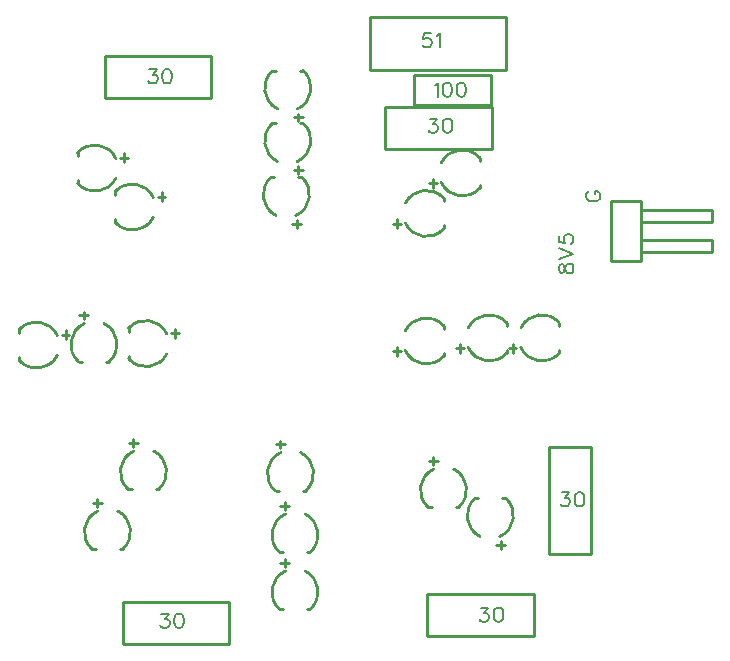
<source format=gto>
G04 Layer: TopSilkscreenLayer*
G04 EasyEDA v6.5.44, 2024-09-01 12:15:54*
G04 53d8b5472e5b460ebcb2cbf6e45b9b15,9332716679504667801b7cb99b0421ba,10*
G04 Gerber Generator version 0.2*
G04 Scale: 100 percent, Rotated: No, Reflected: No *
G04 Dimensions in millimeters *
G04 leading zeros omitted , absolute positions ,4 integer and 5 decimal *
%FSLAX45Y45*%
%MOMM*%

%ADD10C,0.2032*%
%ADD11C,0.2540*%

%LPD*%
D10*
X5053329Y3280155D02*
G01*
X5059172Y3262629D01*
X5070856Y3257042D01*
X5082286Y3257042D01*
X5093970Y3262629D01*
X5099558Y3274313D01*
X5105400Y3297428D01*
X5111241Y3314700D01*
X5122672Y3326129D01*
X5134356Y3331971D01*
X5151627Y3331971D01*
X5163058Y3326129D01*
X5168900Y3320542D01*
X5174741Y3303270D01*
X5174741Y3280155D01*
X5168900Y3262629D01*
X5163058Y3257042D01*
X5151627Y3251200D01*
X5134356Y3251200D01*
X5122672Y3257042D01*
X5111241Y3268471D01*
X5105400Y3285744D01*
X5099558Y3308857D01*
X5093970Y3320542D01*
X5082286Y3326129D01*
X5070856Y3326129D01*
X5059172Y3320542D01*
X5053329Y3303270D01*
X5053329Y3280155D01*
X5053329Y3370071D02*
G01*
X5174741Y3416300D01*
X5053329Y3462528D02*
G01*
X5174741Y3416300D01*
X5053329Y3569970D02*
G01*
X5053329Y3512057D01*
X5105400Y3506470D01*
X5099558Y3512057D01*
X5093970Y3529329D01*
X5093970Y3546855D01*
X5099558Y3564128D01*
X5111241Y3575557D01*
X5128513Y3581400D01*
X5139943Y3581400D01*
X5157470Y3575557D01*
X5168900Y3564128D01*
X5174741Y3546855D01*
X5174741Y3529329D01*
X5168900Y3512057D01*
X5163058Y3506470D01*
X5151627Y3500628D01*
X5310886Y3947413D02*
G01*
X5299456Y3941571D01*
X5287772Y3930142D01*
X5281929Y3918457D01*
X5281929Y3895344D01*
X5287772Y3883913D01*
X5299456Y3872229D01*
X5310886Y3866642D01*
X5328158Y3860800D01*
X5357113Y3860800D01*
X5374386Y3866642D01*
X5386070Y3872229D01*
X5397500Y3883913D01*
X5403341Y3895344D01*
X5403341Y3918457D01*
X5397500Y3930142D01*
X5386070Y3941571D01*
X5374386Y3947413D01*
X5357113Y3947413D01*
X5357113Y3918457D02*
G01*
X5357113Y3947413D01*
X1586229Y4979670D02*
G01*
X1649729Y4979670D01*
X1615186Y4933442D01*
X1632457Y4933442D01*
X1644142Y4927600D01*
X1649729Y4921757D01*
X1655571Y4904486D01*
X1655571Y4893055D01*
X1649729Y4875529D01*
X1638300Y4864100D01*
X1621028Y4858257D01*
X1603755Y4858257D01*
X1586229Y4864100D01*
X1580642Y4869942D01*
X1574800Y4881371D01*
X1728470Y4979670D02*
G01*
X1710944Y4973828D01*
X1699513Y4956555D01*
X1693671Y4927600D01*
X1693671Y4910328D01*
X1699513Y4881371D01*
X1710944Y4864100D01*
X1728470Y4858257D01*
X1739900Y4858257D01*
X1757171Y4864100D01*
X1768855Y4881371D01*
X1774444Y4910328D01*
X1774444Y4927600D01*
X1768855Y4956555D01*
X1757171Y4973828D01*
X1739900Y4979670D01*
X1728470Y4979670D01*
X1687829Y369570D02*
G01*
X1751329Y369570D01*
X1716786Y323342D01*
X1734057Y323342D01*
X1745742Y317500D01*
X1751329Y311657D01*
X1757171Y294386D01*
X1757171Y282955D01*
X1751329Y265429D01*
X1739900Y254000D01*
X1722628Y248157D01*
X1705355Y248157D01*
X1687829Y254000D01*
X1682242Y259842D01*
X1676400Y271271D01*
X1830070Y369570D02*
G01*
X1812544Y363728D01*
X1801113Y346455D01*
X1795271Y317500D01*
X1795271Y300228D01*
X1801113Y271271D01*
X1812544Y254000D01*
X1830070Y248157D01*
X1841500Y248157D01*
X1858771Y254000D01*
X1870455Y271271D01*
X1876044Y300228D01*
X1876044Y317500D01*
X1870455Y346455D01*
X1858771Y363728D01*
X1841500Y369570D01*
X1830070Y369570D01*
X4392929Y420370D02*
G01*
X4456429Y420370D01*
X4421886Y374142D01*
X4439158Y374142D01*
X4450841Y368300D01*
X4456429Y362457D01*
X4462272Y345186D01*
X4462272Y333755D01*
X4456429Y316229D01*
X4445000Y304800D01*
X4427727Y298957D01*
X4410456Y298957D01*
X4392929Y304800D01*
X4387341Y310642D01*
X4381500Y322071D01*
X4535170Y420370D02*
G01*
X4517643Y414528D01*
X4506213Y397255D01*
X4500372Y368300D01*
X4500372Y351028D01*
X4506213Y322071D01*
X4517643Y304800D01*
X4535170Y298957D01*
X4546600Y298957D01*
X4563872Y304800D01*
X4575556Y322071D01*
X4581143Y351028D01*
X4581143Y368300D01*
X4575556Y397255D01*
X4563872Y414528D01*
X4546600Y420370D01*
X4535170Y420370D01*
X5078729Y1398270D02*
G01*
X5142229Y1398270D01*
X5107686Y1352042D01*
X5124958Y1352042D01*
X5136641Y1346200D01*
X5142229Y1340357D01*
X5148072Y1323086D01*
X5148072Y1311655D01*
X5142229Y1294129D01*
X5130800Y1282700D01*
X5113527Y1276857D01*
X5096256Y1276857D01*
X5078729Y1282700D01*
X5073141Y1288542D01*
X5067300Y1299971D01*
X5220970Y1398270D02*
G01*
X5203443Y1392428D01*
X5192013Y1375155D01*
X5186172Y1346200D01*
X5186172Y1328928D01*
X5192013Y1299971D01*
X5203443Y1282700D01*
X5220970Y1276857D01*
X5232400Y1276857D01*
X5249672Y1282700D01*
X5261356Y1299971D01*
X5266943Y1328928D01*
X5266943Y1346200D01*
X5261356Y1375155D01*
X5249672Y1392428D01*
X5232400Y1398270D01*
X5220970Y1398270D01*
X3968241Y5284470D02*
G01*
X3910329Y5284470D01*
X3904741Y5232400D01*
X3910329Y5238242D01*
X3927856Y5243829D01*
X3945127Y5243829D01*
X3962400Y5238242D01*
X3973829Y5226557D01*
X3979672Y5209286D01*
X3979672Y5197855D01*
X3973829Y5180329D01*
X3962400Y5168900D01*
X3945127Y5163057D01*
X3927856Y5163057D01*
X3910329Y5168900D01*
X3904741Y5174742D01*
X3898900Y5186171D01*
X4017772Y5261355D02*
G01*
X4029456Y5266944D01*
X4046727Y5284470D01*
X4046727Y5163057D01*
X4000500Y4842255D02*
G01*
X4011929Y4847844D01*
X4029456Y4865370D01*
X4029456Y4743957D01*
X4102100Y4865370D02*
G01*
X4084827Y4859528D01*
X4073143Y4842255D01*
X4067556Y4813300D01*
X4067556Y4796028D01*
X4073143Y4767071D01*
X4084827Y4749800D01*
X4102100Y4743957D01*
X4113529Y4743957D01*
X4131056Y4749800D01*
X4142486Y4767071D01*
X4148327Y4796028D01*
X4148327Y4813300D01*
X4142486Y4842255D01*
X4131056Y4859528D01*
X4113529Y4865370D01*
X4102100Y4865370D01*
X4220972Y4865370D02*
G01*
X4203700Y4859528D01*
X4192270Y4842255D01*
X4186427Y4813300D01*
X4186427Y4796028D01*
X4192270Y4767071D01*
X4203700Y4749800D01*
X4220972Y4743957D01*
X4232656Y4743957D01*
X4249927Y4749800D01*
X4261358Y4767071D01*
X4267200Y4796028D01*
X4267200Y4813300D01*
X4261358Y4842255D01*
X4249927Y4859528D01*
X4232656Y4865370D01*
X4220972Y4865370D01*
X3961129Y4560570D02*
G01*
X4024629Y4560570D01*
X3990086Y4514342D01*
X4007358Y4514342D01*
X4019041Y4508500D01*
X4024629Y4502657D01*
X4030472Y4485386D01*
X4030472Y4473955D01*
X4024629Y4456429D01*
X4013200Y4445000D01*
X3995927Y4439157D01*
X3978656Y4439157D01*
X3961129Y4445000D01*
X3955541Y4450842D01*
X3949700Y4462271D01*
X4103370Y4560570D02*
G01*
X4085843Y4554728D01*
X4074413Y4537455D01*
X4068572Y4508500D01*
X4068572Y4491228D01*
X4074413Y4462271D01*
X4085843Y4445000D01*
X4103370Y4439157D01*
X4114800Y4439157D01*
X4132072Y4445000D01*
X4143756Y4462271D01*
X4149343Y4491228D01*
X4149343Y4508500D01*
X4143756Y4537455D01*
X4132072Y4554728D01*
X4114800Y4560570D01*
X4103370Y4560570D01*
D11*
X2909227Y1410172D02*
G01*
X2883827Y1410172D01*
X2655227Y1410172D02*
G01*
X2680627Y1410172D01*
X2730492Y1803389D02*
G01*
X2654284Y1803394D01*
X2692394Y1771637D02*
G01*
X2692394Y1835137D01*
X2947327Y889472D02*
G01*
X2921927Y889472D01*
X2693327Y889472D02*
G01*
X2718727Y889472D01*
X2768592Y1282689D02*
G01*
X2692384Y1282694D01*
X2730494Y1250937D02*
G01*
X2730494Y1314437D01*
X2947327Y406872D02*
G01*
X2921927Y406872D01*
X2693327Y406872D02*
G01*
X2718727Y406872D01*
X2768592Y800089D02*
G01*
X2692384Y800094D01*
X2730494Y768337D02*
G01*
X2730494Y831837D01*
X4342472Y1345727D02*
G01*
X4367872Y1345727D01*
X4596472Y1345727D02*
G01*
X4571072Y1345727D01*
X4521207Y952510D02*
G01*
X4597415Y952505D01*
X4559305Y984262D02*
G01*
X4559305Y920762D01*
X3937000Y533400D02*
G01*
X4838700Y533400D01*
X4838700Y177800D01*
X3937000Y177800D01*
X3937000Y533400D01*
X4076270Y2807533D02*
G01*
X4076270Y2782133D01*
X4076270Y2553533D02*
G01*
X4076270Y2578933D01*
X3683053Y2628798D02*
G01*
X3683048Y2552590D01*
X3714805Y2590700D02*
G01*
X3651305Y2590700D01*
X4609670Y2832933D02*
G01*
X4609670Y2807533D01*
X4609670Y2578933D02*
G01*
X4609670Y2604333D01*
X4216453Y2654198D02*
G01*
X4216448Y2577990D01*
X4248205Y2616100D02*
G01*
X4184705Y2616100D01*
X5054127Y2833027D02*
G01*
X5054127Y2807627D01*
X5054127Y2579027D02*
G01*
X5054127Y2604427D01*
X4660910Y2654292D02*
G01*
X4660905Y2578084D01*
X4692662Y2616194D02*
G01*
X4629162Y2616194D01*
X4204627Y1270472D02*
G01*
X4179227Y1270472D01*
X3950627Y1270472D02*
G01*
X3976027Y1270472D01*
X4025892Y1663689D02*
G01*
X3949684Y1663694D01*
X3987794Y1631937D02*
G01*
X3987794Y1695437D01*
X1410215Y2526278D02*
G01*
X1410215Y2551678D01*
X1410215Y2780278D02*
G01*
X1410215Y2754878D01*
X1803433Y2705013D02*
G01*
X1803438Y2781221D01*
X1771680Y2743111D02*
G01*
X1835180Y2743111D01*
X1245527Y2502372D02*
G01*
X1220127Y2502372D01*
X991527Y2502372D02*
G01*
X1016927Y2502372D01*
X1066792Y2895589D02*
G01*
X990584Y2895594D01*
X1028694Y2863837D02*
G01*
X1028694Y2927337D01*
X1664627Y1422872D02*
G01*
X1639227Y1422872D01*
X1410627Y1422872D02*
G01*
X1436027Y1422872D01*
X1485892Y1816089D02*
G01*
X1409684Y1816094D01*
X1447794Y1784337D02*
G01*
X1447794Y1847837D01*
X1359827Y914872D02*
G01*
X1334427Y914872D01*
X1105827Y914872D02*
G01*
X1131227Y914872D01*
X1181092Y1308089D02*
G01*
X1104884Y1308094D01*
X1142994Y1276337D02*
G01*
X1142994Y1339837D01*
X2615272Y4063527D02*
G01*
X2640672Y4063527D01*
X2869272Y4063527D02*
G01*
X2843872Y4063527D01*
X2794007Y3670310D02*
G01*
X2870215Y3670305D01*
X2832105Y3702062D02*
G01*
X2832105Y3638562D01*
X483072Y2513672D02*
G01*
X483072Y2539072D01*
X483072Y2767672D02*
G01*
X483072Y2742272D01*
X876289Y2692407D02*
G01*
X876294Y2768615D01*
X844537Y2730505D02*
G01*
X908037Y2730505D01*
X1295872Y3682072D02*
G01*
X1295872Y3707472D01*
X1295872Y3936072D02*
G01*
X1295872Y3910672D01*
X1689089Y3860807D02*
G01*
X1689094Y3937015D01*
X1657337Y3898905D02*
G01*
X1720837Y3898905D01*
X978372Y4012272D02*
G01*
X978372Y4037672D01*
X978372Y4266272D02*
G01*
X978372Y4240872D01*
X1371589Y4191007D02*
G01*
X1371594Y4267215D01*
X1339837Y4229105D02*
G01*
X1403337Y4229105D01*
X2627972Y4520727D02*
G01*
X2653372Y4520727D01*
X2881972Y4520727D02*
G01*
X2856572Y4520727D01*
X2806707Y4127510D02*
G01*
X2882915Y4127505D01*
X2844805Y4159262D02*
G01*
X2844805Y4095762D01*
X2627972Y4965227D02*
G01*
X2653372Y4965227D01*
X2881972Y4965227D02*
G01*
X2856572Y4965227D01*
X2806707Y4572010D02*
G01*
X2882915Y4572005D01*
X2844805Y4603762D02*
G01*
X2844805Y4540262D01*
X4076227Y3887127D02*
G01*
X4076227Y3861727D01*
X4076227Y3633127D02*
G01*
X4076227Y3658527D01*
X3683010Y3708392D02*
G01*
X3683005Y3632184D01*
X3714762Y3670294D02*
G01*
X3651262Y3670294D01*
X4381027Y4230027D02*
G01*
X4381027Y4204627D01*
X4381027Y3976027D02*
G01*
X4381027Y4001427D01*
X3987810Y4051292D02*
G01*
X3987805Y3975084D01*
X4019562Y4013194D02*
G01*
X3956062Y4013194D01*
X3450899Y4969299D02*
G01*
X3450899Y5419300D01*
X3450899Y5419300D02*
G01*
X4600900Y5419300D01*
X4600900Y5419300D02*
G01*
X4600900Y4969299D01*
X4599940Y4968239D02*
G01*
X3451859Y4968239D01*
X1358900Y469900D02*
G01*
X2260600Y469900D01*
X2260600Y114300D01*
X1358900Y114300D01*
X1358900Y469900D01*
X4477900Y4675598D02*
G01*
X4477900Y4925601D01*
X3827899Y4925601D02*
G01*
X4477900Y4925601D01*
X4477900Y4675598D02*
G01*
X3827899Y4675598D01*
X3827899Y4675598D02*
G01*
X3827899Y4925601D01*
X1206500Y5092700D02*
G01*
X2108200Y5092700D01*
X2108200Y4737100D01*
X1206500Y4737100D01*
X1206500Y5092700D01*
X3581400Y4660900D02*
G01*
X4483100Y4660900D01*
X4483100Y4305300D01*
X3581400Y4305300D01*
X3581400Y4660900D01*
X5496699Y3860800D02*
G01*
X5746699Y3860800D01*
X5746699Y3352800D02*
G01*
X5746699Y3860800D01*
X5496699Y3352800D02*
G01*
X5496699Y3860800D01*
X6346700Y3682745D02*
G01*
X6346700Y3784345D01*
X5746699Y3784345D02*
G01*
X6346700Y3784345D01*
X5746699Y3682745D02*
G01*
X6346700Y3682745D01*
X6346700Y3434326D02*
G01*
X6346700Y3535926D01*
X5746699Y3535926D02*
G01*
X6346700Y3535926D01*
X5746699Y3434326D02*
G01*
X6346700Y3434326D01*
X5496699Y3352800D02*
G01*
X5746699Y3352800D01*
X5321300Y1778000D02*
G01*
X5321300Y876300D01*
X4965700Y876300D01*
X4965700Y1778000D01*
X5321300Y1778000D01*
G75*
G01*
X2651470Y1407820D02*
G02*
X2698603Y1733446I127401J147784D01*
G75*
G01*
X2909230Y1410172D02*
G03*
X2867017Y1732664I-129282J147086D01*
G75*
G01*
X2689570Y887120D02*
G02*
X2736703Y1212746I127401J147784D01*
G75*
G01*
X2947330Y889472D02*
G03*
X2905117Y1211964I-129282J147086D01*
G75*
G01*
X2689570Y404520D02*
G02*
X2736703Y730146I127401J147784D01*
G75*
G01*
X2947330Y406872D02*
G03*
X2905117Y729364I-129282J147086D01*
G75*
G01*
X4600230Y1348080D02*
G02*
X4553097Y1022454I-127401J-147784D01*
G75*
G01*
X4342470Y1345728D02*
G03*
X4384683Y1023236I129282J-147086D01*
G75*
G01*
X4078623Y2549776D02*
G02*
X3752997Y2596909I-147783J127402D01*
G75*
G01*
X4076271Y2807536D02*
G03*
X3753780Y2765323I-147086J-129282D01*
G75*
G01*
X4612023Y2575176D02*
G02*
X4286397Y2622309I-147783J127402D01*
G75*
G01*
X4609671Y2832936D02*
G03*
X4287180Y2790723I-147086J-129282D01*
G75*
G01*
X5056480Y2575270D02*
G02*
X4730854Y2622403I-147784J127401D01*
G75*
G01*
X5054128Y2833030D02*
G03*
X4731636Y2790817I-147086J-129282D01*
G75*
G01*
X3946870Y1268120D02*
G02*
X3994003Y1593746I127401J147784D01*
G75*
G01*
X4204630Y1270472D02*
G03*
X4162417Y1592964I-129282J147086D01*
G75*
G01*
X1407864Y2784036D02*
G02*
X1733489Y2736903I147783J-127401D01*
G75*
G01*
X1410216Y2526276D02*
G03*
X1732707Y2568489I147086J129282D01*
G75*
G01*
X987770Y2500020D02*
G02*
X1034903Y2825646I127401J147784D01*
G75*
G01*
X1245530Y2502372D02*
G03*
X1203317Y2824864I-129282J147086D01*
G75*
G01*
X1406870Y1420520D02*
G02*
X1454003Y1746146I127401J147784D01*
G75*
G01*
X1664630Y1422872D02*
G03*
X1622417Y1745364I-129282J147086D01*
G75*
G01*
X1102070Y912520D02*
G02*
X1149203Y1238146I127401J147784D01*
G75*
G01*
X1359830Y914872D02*
G03*
X1317617Y1237364I-129282J147086D01*
G75*
G01*
X2873030Y4065880D02*
G02*
X2825897Y3740254I-127401J-147784D01*
G75*
G01*
X2615270Y4063528D02*
G03*
X2657483Y3741036I129282J-147086D01*
G75*
G01*
X480720Y2771430D02*
G02*
X806346Y2724297I147784J-127401D01*
G75*
G01*
X483072Y2513670D02*
G03*
X805564Y2555883I147086J129282D01*
G75*
G01*
X1293520Y3939830D02*
G02*
X1619146Y3892697I147784J-127401D01*
G75*
G01*
X1295872Y3682070D02*
G03*
X1618364Y3724283I147086J129282D01*
G75*
G01*
X976020Y4270030D02*
G02*
X1301646Y4222897I147784J-127401D01*
G75*
G01*
X978372Y4012270D02*
G03*
X1300864Y4054483I147086J129282D01*
G75*
G01*
X2885730Y4523080D02*
G02*
X2838597Y4197454I-127401J-147784D01*
G75*
G01*
X2627970Y4520728D02*
G03*
X2670183Y4198236I129282J-147086D01*
G75*
G01*
X2885730Y4967580D02*
G02*
X2838597Y4641954I-127401J-147784D01*
G75*
G01*
X2627970Y4965228D02*
G03*
X2670183Y4642736I129282J-147086D01*
G75*
G01*
X4078580Y3629370D02*
G02*
X3752954Y3676503I-147784J127401D01*
G75*
G01*
X4076228Y3887130D02*
G03*
X3753736Y3844917I-147086J-129282D01*
G75*
G01*
X4383380Y3972270D02*
G02*
X4057754Y4019403I-147784J127401D01*
G75*
G01*
X4381028Y4230030D02*
G03*
X4058536Y4187817I-147086J-129282D01*
M02*

</source>
